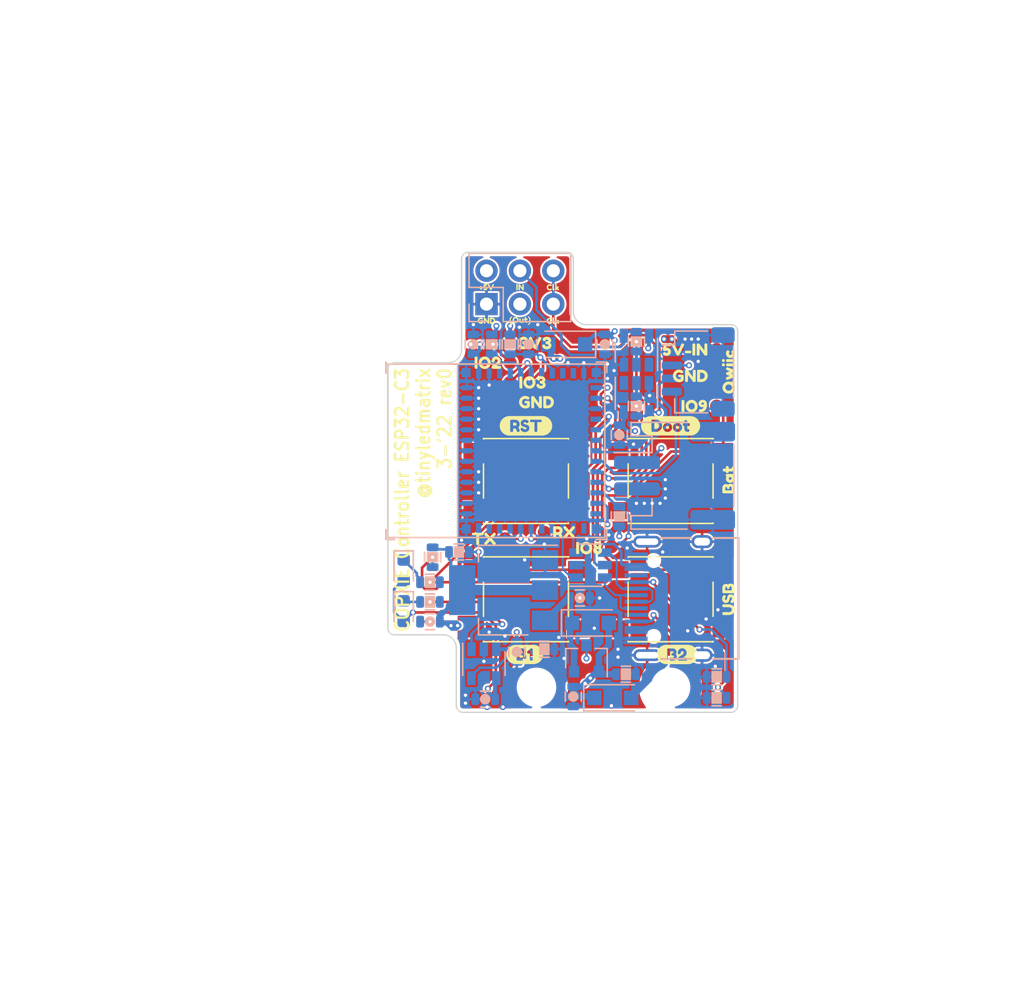
<source format=kicad_pcb>
(kicad_pcb (version 20211014) (generator pcbnew)
  (layers (0 "F.Cu" jumper) (1 "In1.Cu" signal) (2 "In2.Cu" signal) (31 "B.Cu" signal) (34 "B.Paste" user) (35 "F.Paste" user) (36 "B.SilkS" user "B.Silkscreen") (37 "F.SilkS" user "F.Silkscreen") (38 "B.Mask" user) (39 "F.Mask" user) (44 "Edge.Cuts" user))
  (net 0 "")
  (net 15 "+5V")
  (net 16 "GND")
  (net 17 "/LDO-IN")
  (net 18 "3.3V")
  (net 19 "+BATT")
  (net 20 "VBUS")
  (net 21 "/D-")
  (net 22 "/D+")
  (net 24 "Net-(J1-PadB5)")
  (net 26 "Net-(J1-PadA5)")
  (net 27 "/SDA")
  (net 28 "/SCL")
  (net 29 "/RST")
  (net 30 "/BTN1")
  (net 31 "/BTN2")
  (net 32 "/IO2")
  (net 33 "/IO3")
  (net 34 "/LED")
  (net 35 "/CClk")
  (net 36 "/CDat")
  (net 37 "/IO8")
  (net 38 "/IO9")
  (net 39 "/RX")
  (net 40 "/TX")
  (net 41 "Net-(D3-Pad1)")
  (net 42 "Net-(D5-Pad1)")
  (net 43 "Net-(R10-Pad1)")
  (net 44 "Net-(R11-Pad1)")
  (net 45 "Net-(J1-PadA7)")
  (net 46 "Net-(J1-PadA6)")
  (net 48 "Net-(D4-Pad2)")
  (net 49 "/CClk*")
  (net 50 "/CDat*")
  (footprint "pkl_pads:PAD_SMD_R_1x1" (layer "F.Cu") (at 113.744338 97.584656)
    (fp_text reference "TP11")
    (fp_text value "TestPoint")
  )
  (footprint "Button_Switch_SMD:SW_Push_1P1T_NO_6x6mm_H9.5mm" (layer "F.Cu") (at 110.244338 114.584656 180)
    (fp_text reference "SW3" hide)
    (fp_text value "SW_Push")
  )
  (footprint "kibuzzard-623262B1" (layer "F.Cu") (at 98.794338 93.384656)
    (fp_text reference "kibuzzard-623262B1" hide)
    (fp_text value "G***" hide)
  )
  (footprint "pkl_pads:PAD_SMD_R_1x1" (layer "F.Cu") (at 100.644338 109.484656)
    (fp_text reference "TP8")
    (fp_text value "TestPoint")
  )
  (footprint "kibuzzard-623257DD" (layer "F.Cu") (at 111.344338 95.584656)
    (fp_text reference "kibuzzard-623257DD" hide)
    (fp_text value "G***" hide)
  )
  (footprint "kibuzzard-62325827" (layer "F.Cu") (at 110.244338 101.384656)
    (fp_text reference "kibuzzard-62325827" hide)
    (fp_text value "G***" hide)
  )
  (footprint "MountingHole:MountingHole_2.5mm" (layer "F.Cu") (at 110.244338 121.284656)
    (fp_text reference "H1" hide)
    (fp_text value "MountingHole")
  )
  (footprint "kibuzzard-62325857" (layer "F.Cu") (at 110.744338 118.784656)
    (fp_text reference "kibuzzard-62325857" hide)
    (fp_text value "G***" hide)
  )
  (footprint "pkl_pads:PAD_SMD_R_1x1" (layer "F.Cu") (at 113.744338 95.584656)
    (fp_text reference "TP10")
    (fp_text value "TestPoint")
  )
  (footprint "kibuzzard-623257D1" (layer "F.Cu") (at 111.744338 97.584656)
    (fp_text reference "kibuzzard-623257D1" hide)
    (fp_text value "G***" hide)
  )
  (footprint "kibuzzard-623258FD" (layer "F.Cu") (at 114.644338 114.584656 90)
    (fp_text reference "kibuzzard-623258FD" hide)
    (fp_text value "G***" hide)
  )
  (footprint "kibuzzard-623257C1" (layer "F.Cu") (at 112.044338 99.884656)
    (fp_text reference "kibuzzard-623257C1" hide)
    (fp_text value "G***" hide)
  )
  (footprint "kibuzzard-62325762" (layer "F.Cu") (at 96.344338 96.584656)
    (fp_text reference "kibuzzard-62325762" hide)
    (fp_text value "G***" hide)
  )
  (footprint "pkl_pads:PAD_SMD_R_1x1" (layer "F.Cu") (at 98.044338 98.084656)
    (fp_text reference "TP4")
    (fp_text value "TestPoint")
  )
  (footprint "Button_Switch_SMD:SW_Push_1P1T_NO_6x6mm_H9.5mm" (layer "F.Cu") (at 99.244338 114.584656 180)
    (fp_text reference "SW1" hide)
    (fp_text value "SW_Push")
  )
  (footprint "pkl_pads:PAD_SMD_R_1x1" (layer "F.Cu") (at 105.744338 110.584656)
    (fp_text reference "TP5")
    (fp_text value "TestPoint")
  )
  (footprint "kibuzzard-6232578A" (layer "F.Cu") (at 102.144338 109.484656)
    (fp_text reference "kibuzzard-6232578A" hide)
    (fp_text value "G***" hide)
  )
  (footprint "kibuzzard-62326280" (layer "F.Cu") (at 101.294338 90.834656)
    (fp_text reference "kibuzzard-62326280" hide)
    (fp_text value "G***" hide)
  )
  (footprint "Button_Switch_SMD:SW_Push_1P1T_NO_6x6mm_H9.5mm" (layer "F.Cu") (at 99.244338 105.584656 180)
    (fp_text reference "SW4" hide)
    (fp_text value "SW_Push")
  )
  (footprint "kibuzzard-62325914" (layer "F.Cu") (at 114.644338 105.484656 90)
    (fp_text reference "kibuzzard-62325914" hide)
    (fp_text value "G***" hide)
  )
  (footprint "MountingHole:MountingHole_2.5mm" (layer "F.Cu") (at 100.044338 121.284656)
    (fp_text reference "H2" hide)
    (fp_text value "MountingHole")
  )
  (footprint "kibuzzard-62325779" (layer "F.Cu") (at 100.044338 99.584656)
    (fp_text reference "kibuzzard-62325779" hide)
    (fp_text value "G***" hide)
  )
  (footprint "pkl_pads:PAD_SMD_R_1x1" (layer "F.Cu") (at 97.644338 109.984656)
    (fp_text reference "TP9")
    (fp_text value "TestPoint")
  )
  (footprint "kibuzzard-623257AE" (layer "F.Cu") (at 104.044338 110.684656)
    (fp_text reference "kibuzzard-623257AE" hide)
    (fp_text value "G***" hide)
  )
  (footprint "kibuzzard-6232592F" (layer "F.Cu") (at 114.644338 97.284656 90)
    (fp_text reference "kibuzzard-6232592F" hide)
    (fp_text value "G***" hide)
  )
  (footprint "kibuzzard-62325757" (layer "F.Cu") (at 99.944338 95.084656)
    (fp_text reference "kibuzzard-62325757" hide)
    (fp_text value "G***" hide)
  )
  (footprint "pkl_pads:PAD_SMD_R_1x1" (layer "F.Cu") (at 98.044338 96.584656)
    (fp_text reference "TP3")
    (fp_text value "TestPoint")
  )
  (footprint "kibuzzard-62326280" (layer "F.Cu") (at 101.294338 93.384656)
    (fp_text reference "kibuzzard-62326280" hide)
    (fp_text value "G***" hide)
  )
  (footprint "kibuzzard-623262F8" (layer "F.Cu") (at 98.794338 90.834656)
    (fp_text reference "kibuzzard-623262F8" hide)
    (fp_text value "G***" hide)
  )
  (footprint "kibuzzard-623262EA" (layer "F.Cu") (at 96.244338 90.834656)
    (fp_text reference "kibuzzard-623262EA" hide)
    (fp_text value "G***" hide)
  )
  (footprint "kibuzzard-6232587E" (layer "F.Cu") (at 99.144338 118.784656)
    (fp_text reference "kibuzzard-6232587E" hide)
    (fp_text value "G***" hide)
  )
  (footprint "kibuzzard-623262C8" (layer "F.Cu") (at 96.244338 93.384656)
    (fp_text reference "kibuzzard-623262C8" hide)
    (fp_text value "G***" hide)
  )
  (footprint "pkl_pads:PAD_SMD_R_1x1" (layer "F.Cu") (at 98.044338 99.584656)
    (fp_text reference "TP7")
    (fp_text value "TestPoint")
  )
  (footprint "kibuzzard-6232576D" (layer "F.Cu") (at 99.744338 98.084656)
    (fp_text reference "kibuzzard-6232576D" hide)
    (fp_text value "G***" hide)
  )
  (footprint "pkl_pads:PAD_SMD_R_1x1" (layer "F.Cu") (at 98.044338 95.084656)
    (fp_text reference "TP1")
    (fp_text value "TestPoint")
  )
  (footprint "Button_Switch_SMD:SW_Push_1P1T_NO_6x6mm_H9.5mm" (layer "F.Cu") (at 110.244338 105.584656 180)
    (fp_text reference "SW2" hide)
    (fp_text value "SW_Push")
  )
  (footprint "kibuzzard-62325798" (layer "F.Cu") (at 96.044338 109.984656)
    (fp_text reference "kibuzzard-62325798" hide)
    (fp_text value "G***" hide)
  )
  (footprint "pkl_pads:PAD_SMD_R_1x1" (layer "F.Cu") (at 113.744338 99.884656)
    (fp_text reference "TP6")
    (fp_text value "TestPoint")
  )
  (footprint "kibuzzard-62325817" (layer "F.Cu") (at 99.244338 101.384656)
    (fp_text reference "kibuzzard-62325817" hide)
    (fp_text value "G***" hide)
  )
  (footprint "pkl_dipol:R_0603" (layer "B.Cu") (at 113.744338 120.484656)
    (fp_text reference "R1")
    (fp_text value "5k1")
  )
  (footprint "Package_TO_SOT_SMD:SOT-23-6" (layer "B.Cu") (at 104.144338 111.984656)
    (fp_text reference "U4" hide)
    (fp_text value "USBLC6-2SC6")
  )
  (footprint "pkl_dipol:R_0603" (layer "B.Cu") (at 106.844338 120.284656 180)
    (fp_text reference "R3")
    (fp_text value "100k")
  )
  (footprint "pkl_dipol:C_0603" (layer "B.Cu") (at 91.944338 116.284656 180)
    (fp_text reference "C3")
    (fp_text value "10u 10V X7R")
  )
  (footprint "Espressif:ESP32-C3-MINI-1" (layer "B.Cu") (at 99.644338 103.284656 -90)
    (fp_text reference "U1" hide)
    (fp_text value "ESP32-C3-MINI-1")
  )
  (footprint "pkl_dipol:R_0603" (layer "B.Cu") (at 91.944338 114.784656 180)
    (fp_text reference "R10")
    (fp_text value "5k1")
  )
  (footprint "pkl_dipol:R_0603" (layer "B.Cu") (at 106.344338 108.284656 90)
    (fp_text reference "R9")
    (fp_text value "5k1")
  )
  (footprint "Package_TO_SOT_SMD:SOT-23-5" (layer "B.Cu") (at 107.644338 99.234656 -90)
    (fp_text reference "U5" hide)
    (fp_text value "SN74LV1T34DBV*")
  )
  (footprint "pkl_dipol:R_0603" (layer "B.Cu") (at 98.044338 95.184656 -90)
    (fp_text reference "R7")
    (fp_text value "5k1")
  )
  (footprint "Diode_SMD:D_SOD-123F" (layer "B.Cu") (at 105.844338 122.084656)
    (fp_text reference "D1" hide)
    (fp_text value "Schotky")
  )
  (footprint "pkl_dipol:C_0603" (layer "B.Cu") (at 103.344338 114.484656)
    (fp_text reference "C2")
    (fp_text value "1u 10V X7R")
  )
  (footprint "Package_TO_SOT_SMD:SOT-23-5" (layer "B.Cu") (at 96.044338 119.484656 -90)
    (fp_text reference "U3" hide)
    (fp_text value "MCP73831/2-2-OT")
  )
  (footprint "pkl_dipol:C_0603" (layer "B.Cu") (at 95.244338 95.184656 -90)
    (fp_text reference "C10")
    (fp_text value "100n 10V X7R")
  )
  (footprint "pkl_dipol:C_0603" (layer "B.Cu") (at 106.344338 102.084656 -90)
    (fp_text reference "C7")
    (fp_text value "100n 10V X7R")
  )
  (footprint "pkl_dipol:C_0603" (layer "B.Cu") (at 99.444338 95.184656 -90)
    (fp_text reference "C9")
    (fp_text value "100n 10V X7R")
  )
  (footprint "Package_TO_SOT_SMD:SOT-223-3_TabPin2" (layer "B.Cu") (at 97.544338 113.884656 180)
    (fp_text reference "U2" hide)
    (fp_text value "AP1117-33")
  )
  (footprint "Package_TO_SOT_SMD:SOT-23" (layer "B.Cu") (at 103.844338 119.084656 90)
    (fp_text reference "Q1" hide)
    (fp_text value "DMG3415U")
  )
  (footprint "pkl_dipol:R_0603" (layer "B.Cu") (at 94.144338 110.984656)
    (fp_text reference "R5")
    (fp_text value "5k1")
  )
  (footprint "Connector_JST:JST_SH_SM04B-SRSS-TB_1x04-1MP_P1.00mm_Horizontal" (layer "B.Cu") (at 112.344338 97.284656 -90)
    (fp_text reference "J2" hide)
    (fp_text value "Conn_01x04")
  )
  (footprint "pkl_dipol:C_0603" (layer "B.Cu") (at 105.244338 95.184656 -90)
    (fp_text reference "C8")
    (fp_text value "100n 10V X7R")
  )
  (footprint "Connector_PinSocket_2.54mm:PinSocket_2x03_P2.54mm_Vertical" (layer "B.Cu") (at 96.244338 92.124656 -90)
    (fp_text reference "J7" hide)
    (fp_text value "Conn_02x03_Odd_Even")
  )
  (footprint "pkl_dipol:R_0603" (layer "B.Cu") (at 107.644338 99.884656 90)
    (fp_text reference "R12")
    (fp_text value "DNP")
  )
  (footprint "LED_SMD:LED_0603_1608Metric" (layer "B.Cu") (at 89.944338 115.484656 -90)
    (fp_text reference "D5" hide)
    (fp_text value "LED")
  )
  (footprint "pkl_dipol:R_0603" (layer "B.Cu") (at 100.644338 118.384656)
    (fp_text reference "R11")
    (fp_text value "5k1")
  )
  (footprint "pkl_dipol:C_0603" (layer "B.Cu") (at 98.544338 118.584656 90)
    (fp_text reference "C6")
    (fp_text value "1u 10V X7R")
  )
  (footprint "Connector_USB_Extra:USB_C_Receptacle_GT-USB-7010" (layer "B.Cu") (at 110.769338 114.519656 -90)
    (fp_text reference "J1" hide)
    (fp_text value "USB_C_Receptacle_USB2.0")
  )
  (footprint "LED_SMD:LED_0603_1608Metric" (layer "B.Cu") (at 89.944338 112.384656 -90)
    (fp_text reference "D3" hide)
    (fp_text value "LED")
  )
  (footprint "pkl_dipol:R_0603" (layer "B.Cu") (at 92.144338 111.384656 -90)
    (fp_text reference "R6")
    (fp_text value "5k1")
  )
  (footprint "pkl_dipol:R_0603" (layer "B.Cu") (at 107.644338 94.984656 -90)
    (fp_text reference "R13")
    (fp_text value "DNP")
  )
  (footprint "pkl_dipol:R_0603" (layer "B.Cu") (at 113.744338 122.084656)
    (fp_text reference "R2")
    (fp_text value "5k1")
  )
  (footprint "pkl_dipol:R_0603" (layer "B.Cu") (at 96.644338 95.184656 -90)
    (fp_text reference "R8")
    (fp_text value "5k1")
  )
  (footprint "pkl_dipol:R_0603" (layer "B.Cu") (at 91.944338 113.284656 180)
    (fp_text reference "R4")
    (fp_text value "5k1")
  )
  (footprint "pkl_dipol:C_0603" (layer "B.Cu") (at 102.844338 121.984656 -90)
    (fp_text reference "C1")
    (fp_text value "10u 10V X7R")
  )
  (footprint "Diode_SMD:D_SOD-123F" (layer "B.Cu") (at 104.144338 116.384656)
    (fp_text reference "D2" hide)
    (fp_text value "Schotky")
  )
  (footprint "Package_TO_SOT_SMD:SOT-23-5" (layer "B.Cu") (at 107.644338 95.634656 90)
    (fp_text reference "U6" hide)
    (fp_text value "SN74LV1T34DBV*")
  )
  (footprint "pkl_dipol:C_0603" (layer "B.Cu") (at 96.144338 122.184656 180)
    (fp_text reference "C5")
    (fp_text value "1u 10V X7R")
  )
  (footprint "Diode_SMD:D_SOD-123F" (layer "B.Cu") (at 102.344338 95.184656 180)
    (fp_text reference "D4" hide)
    (fp_text value "Schotky")
  )
  (footprint "Connector_JST:JST_PH_S2B-PH-SM4-TB_1x02-1MP_P2.00mm_Horizontal" (layer "B.Cu") (at 110.544338 105.184656 -90)
    (fp_text reference "J3" hide)
    (fp_text value "Conn_01x02_MountingPin")
  )
  (gr_line (start 92.944338 117.284656) (end 89.244338 117.284656) (layer "Edge.Cuts") (width 0.1))
  (gr_line (start 88.744338 97.484656) (end 88.744338 97.084656) (layer "Edge.Cuts") (width 0.1))
  (gr_arc (start 94.344338 95.584656) (mid 94.051445 96.291763) (end 93.344338 96.584656) (layer "Edge.Cuts") (width 0.1))
  (gr_arc (start 94.344338 88.684656) (mid 94.490785 88.331103) (end 94.844338 88.184656) (layer "Edge.Cuts") (width 0.1))
  (gr_arc (start 94.444338 123.184656) (mid 94.090785 123.038209) (end 93.944338 122.684656) (layer "Edge.Cuts") (width 0.1))
  (gr_arc (start 89.244338 117.284656) (mid 88.890785 117.138209) (end 88.744338 116.784656) (layer "Edge.Cuts") (width 0.1))
  (gr_arc (start 103.844338 93.684656) (mid 103.137231 93.391763) (end 102.844338 92.684656) (layer "Edge.Cuts") (width 0.1))
  (gr_line (start 103.844338 93.684656) (end 114.844338 93.684656) (layer "Edge.Cuts") (width 0.1))
  (gr_line (start 94.844338 88.184656) (end 102.344338 88.184656) (layer "Edge.Cuts") (width 0.1))
  (gr_line (start 94.344338 95.584656) (end 94.344338 93.384656) (layer "Edge.Cuts") (width 0.1))
  (gr_line (start 93.944338 122.684656) (end 93.944338 118.284656) (layer "Edge.Cuts") (width 0.1))
  (gr_line (start 114.844338 123.184656) (end 94.444338 123.184656) (layer "Edge.Cuts") (width 0.1))
  (gr_arc (start 92.944338 117.284656) (mid 93.651445 117.577549) (end 93.944338 118.284656) (layer "Edge.Cuts") (width 0.1))
  (gr_arc (start 114.844338 93.684656) (mid 115.197891 93.831103) (end 115.344338 94.184656) (layer "Edge.Cuts") (width 0.1))
  (gr_arc (start 102.344338 88.184656) (mid 102.697891 88.331103) (end 102.844338 88.684656) (layer "Edge.Cuts") (width 0.1))
  (gr_line (start 94.344338 93.384656) (end 94.344338 88.684656) (layer "Edge.Cuts") (width 0.1))
  (gr_line (start 115.344338 94.184656) (end 115.344338 122.684656) (layer "Edge.Cuts") (width 0.1))
  (gr_line (start 88.744338 116.784656) (end 88.744338 97.484656) (layer "Edge.Cuts") (width 0.1))
  (gr_arc (start 88.744338 97.084656) (mid 88.890785 96.731103) (end 89.244338 96.584656) (layer "Edge.Cuts") (width 0.1))
  (gr_arc (start 115.344338 122.684656) (mid 115.197891 123.038209) (end 114.844338 123.184656) (layer "Edge.Cuts") (width 0.1))
  (gr_line (start 89.244338 96.584656) (end 93.344338 96.584656) (layer "Edge.Cuts") (width 0.1))
  (gr_line (start 102.844338 88.684656) (end 102.844338 92.684656) (layer "Edge.Cuts") (width 0.1))
  (gr_text "COPXIE Controller ESP32-C3\n@tinyledmatrix\n3-'22 rev0" (at 91.444338 96.884656 90) (layer "F.SilkS") (effects (font (size 1 0.9) (thickness 0.175)) (justify right)))
  (segment (start 96.944338 116.585634) (end 95.94336 115.584656) (width 0.2) (layer "F.Cu") (net 15))
  (segment (start 96.344338 121.384656) (end 96.944338 120.784656) (width 0.2) (layer "F.Cu") (net 15))
  (segment (start 96.944338 120.784656) (end 96.944338 116.585634) (width 0.2) (layer "F.Cu") (net 15))
  (segment (start 95.94336 115.584656) (end 90.644338 115.584656) (width 0.2) (layer "F.Cu") (net 15))
  (via (at 96.344338 121.384656) (size 0.4572) (drill 0.254) (layers "F.Cu" "B.Cu") (net 15))
  (via (at 107.544338 101.784656) (size 0.4572) (drill 0.254) (layers "F.Cu" "B.Cu") (net 15))
  (via (at 104.144338 120.584656) (size 0.4572) (drill 0.254) (layers "F.Cu" "B.Cu") (net 15))
  (via (at 105.991236 94.184656) (size 0.4572) (drill 0.254) (layers "F.Cu" "B.Cu") (net 15))
  (via (at 90.644338 115.584656) (size 0.4572) (drill 0.254) (layers "F.Cu" "B.Cu") (net 15))
  (via (at 108.544338 95.484656) (size 0.4572) (drill 0.254) (layers "F.Cu" "B.Cu") (net 15))
  (via (at 103.744338 120.984656) (size 0.4572) (drill 0.254) (layers "F.Cu" "B.Cu") (net 15))
  (via (at 105.991236 94.884656) (size 0.4572) (drill 0.254) (layers "F.Cu" "B.Cu") (net 15))
  (segment (start 89.944338 116.272156) (end 89.956838 116.272156) (width 0.2) (layer "B.Cu") (net 15))
  (segment (start 104.344338 121.984656) (end 104.444338 122.084656) (width 0.5) (layer "B.Cu") (net 15))
  (segment (start 89.856838 113.172156) (end 89.219818 113.809176) (width 0.2) (layer "B.Cu") (net 15))
  (segment (start 96.894338 120.684656) (end 96.994338 120.584656) (width 0.3) (layer "B.Cu") (net 15))
  (segment (start 108.594338 95.434656) (end 108.544338 95.484656) (width 0.3) (layer "B.Cu") (net 15))
  (segment (start 105.244338 94.434656) (end 104.494338 94.434656) (width 0.3) (layer "B.Cu") (net 15))
  (segment (start 104.794338 118.834656) (end 104.794338 120.084656) (width 0.5) (layer "B.Cu") (net 15))
  (segment (start 106.944338 101.784656) (end 107.544338 101.784656) (width 0.3) (layer "B.Cu") (net 15))
  (segment (start 96.344338 121.634656) (end 96.344338 121.384656) (width 0.3) (layer "B.Cu") (net 15))
  (segment (start 104.144338 120.584656) (end 104.644338 120.084656) (width 0.5) (layer "B.Cu") (net 15))
  (segment (start 103.744338 120.984656) (end 103.494338 121.234656) (width 0.2) (layer "B.Cu") (net 15))
  (segment (start 105.541236 94.434656) (end 105.991236 94.884656) (width 0.3) (layer "B.Cu") (net 15))
  (segment (start 106.344338 101.334656) (end 106.494338 101.334656) (width 0.3) (layer "B.Cu") (net 15))
  (segment (start 105.244338 94.434656) (end 105.541236 94.434656) (width 0.3) (layer "B.Cu") (net 15))
  (segment (start 104.794338 120.084656) (end 104.644338 120.234656) (width 0.5) (layer "B.Cu") (net 15))
  (segment (start 104.994338 120.284656) (end 104.794338 120.084656) (width 0.5) (layer "B.Cu") (net 15))
  (segment (start 89.219818 115.547636) (end 89.944338 116.272156) (width 0.2) (layer "B.Cu") (net 15))
  (segment (start 105.544338 118.084656) (end 104.794338 118.834656) (width 0.5) (layer "B.Cu") (net 15))
  (segment (start 96.894338 122.184656) (end 96.344338 121.634656) (width 0.3) (layer "B.Cu") (net 15))
  (segment (start 102.844338 121.234656) (end 103.494338 121.234656) (width 0.5) (layer "B.Cu") (net 15))
  (segment (start 105.544338 116.384656) (end 105.544338 118.084656) (width 0.5) (layer "B.Cu") (net 15))
  (segment (start 106.494338 101.334656) (end 106.944338 101.784656) (width 0.3) (layer "B.Cu") (net 15))
  (segment (start 104.644338 120.084656) (end 104.794338 120.084656) (width 0.5) (layer "B.Cu") (net 15))
  (segment (start 89.944338 113.172156) (end 89.856838 113.172156) (width 0.2) (layer "B.Cu") (net 15))
  (segment (start 106.694338 100.984656) (end 106.344338 101.334656) (width 0.3) (layer "B.Cu") (net 15))
  (segment (start 102.844338 121.584656) (end 103.244338 121.984656) (width 0.5) (layer "B.Cu") (net 15))
  (segment (start 96.894338 122.184656) (end 96.894338 120.684656) (width 0.3) (layer "B.Cu") (net 15))
  (segment (start 89.956838 116.272156) (end 90.644338 115.584656) (width 0.2) (layer "B.Cu") (net 15))
  (segment (start 105.741236 94.434656) (end 105.991236 94.184656) (width 0.3) (layer "B.Cu") (net 15))
  (segment (start 106.094338 120.284656) (end 104.994338 120.284656) (width 0.5) (layer "B.Cu") (net 15))
  (segment (start 108.594338 94.534656) (end 108.594338 95.434656) (width 0.3) (layer "B.Cu") (net 15))
  (segment (start 89.219818 113.809176) (end 89.219818 115.547636) (width 0.2) (layer "B.Cu") (net 15))
  (segment (start 104.494338 94.434656) (end 103.744338 95.184656) (width 0.3) (layer "B.Cu") (net 15))
  (segment (start 103.494338 121.234656) (end 104.144338 120.584656) (width 0.5) (layer "B.Cu") (net 15))
  (segment (start 103.244338 121.984656) (end 104.344338 121.984656) (width 0.5) (layer "B.Cu") (net 15))
  (segment (start 106.694338 100.334656) (end 106.694338 100.984656) (width 0.3) (layer "B.Cu") (net 15))
  (segment (start 105.244338 94.434656) (end 105.741236 94.434656) (width 0.3) (layer "B.Cu") (net 15))
  (segment (start 102.844338 121.234656) (end 102.844338 121.584656) (width 0.5) (layer "B.Cu") (net 15))
  (segment (start 103.219338 116.834656) (end 104.394338 116.834656) (width 0.2) (layer "F.Cu") (net 16))
  (segment (start 96.444338 117.084656) (end 95.519338 117.084656) (width 0.2) (layer "F.Cu") (net 16))
  (segment (start 104.394338 116.834656) (end 104.444338 116.784656) (width 0.2) (layer "F.Cu") (net 16))
  (segment (start 104.494338 116.834656) (end 104.444338 116.784656) (width 0.2) (layer "F.Cu") (net 16))
  (segment (start 114.219338 115.759656) (end 113.844338 115.384656) (width 0.2) (layer "F.Cu") (net 16))
  (segment (start 114.219338 116.834656) (end 114.219338 115.759656) (width 0.2) (layer "F.Cu") (net 16))
  (segment (start 95.519338 117.084656) (end 95.269338 116.834656) (width 0.2) (layer "F.Cu") (net 16))
  (segment (start 106.269338 116.834656) (end 104.494338 116.834656) (width 0.2) (layer "F.Cu") (net 16))
  (via (at 106.244338 118.984656) (size 0.4572) (drill 0.254) (layers "F.Cu" "B.Cu") (net 16))
  (via (at 105.444338 97.784656) (size 0.4572) (drill 0.254) (layers "F.Cu" "B.Cu") (net 16))
  (via (at 97.494338 122.784656) (size 0.4572) (drill 0.254) (layers "F.Cu" "B.Cu") (net 16))
  (via (at 95.644338 104.884656) (size 0.4572) (drill 0.254) (layers "F.Cu" "B.Cu") (net 16))
  (via (at 96.044338 119.306556) (size 0.4572) (drill 0.254) (layers "F.Cu" "B.Cu") (net 16))
  (via (at 96.444338 98.284656) (size 0.4572) (drill 0.254) (layers "F.Cu" "B.Cu") (net 16))
  (via (at 103.644338 96.584656) (size 0.4572) (drill 0.254) (layers "F.Cu" "B.Cu") (net 16))
  (via (at 95.644338 98.484656) (size 0.4572) (drill 0.254) (layers "F.Cu" "B.Cu") (net 16))
  (via (at 96.444338 117.084656) (size 0.4572) (drill 0.254) (layers "F.Cu" "B.Cu") (net 16))
  (via (at 113.644338 119.684656) (size 0.4572) (drill 0.254) (layers "F.Cu" "B.Cu") (net 16))
  (via (at 95.644338 105.684656) (size 0.4572) (drill 0.254) (layers "F.Cu" "B.Cu") (net 16))
  (via (at 111.344338 94.784656) (size 0.4572) (drill 0.254) (layers "F.Cu" "B.Cu") (net 16))
  (via (at 109.844338 106.184656) (size 0.4572) (drill 0.254) (layers "F.Cu" "B.Cu") (net 16))
  (via (at 111.544338 116.984656) (size 0.4572) (drill 0.254) (layers "F.Cu" "B.Cu") (net 16))
  (via (at 109.444338 107.284656) (size 0.4572) (drill 0.254) (layers "F.Cu" "B.Cu") (net 16))
  (via (at 94.344338 110.084656) (size 0.4572) (drill 0.254) (layers "F.Cu" "B.Cu") (net 16))
  (via (at 100.644338 110.384656) (size 0.4572) (drill 0.254) (layers "F.Cu" "B.Cu") (net 16))
  (via (at 102.144338 119.084656) (size 0.4572) (drill 0.254) (layers "F.Cu" "B.Cu") (net 16))
  (via (at 98.744338 93.884656) (size 0.4572) (drill 0.254) (layers "F.Cu" "B.Cu") (net 16))
  (via (at 108.644338 99.084656) (size 0.4572) (drill 0.254) (layers "F.Cu" "B.Cu") (net 16))
  (via (at 103.866238 109.984656) (size 0.4572) (drill 0.254) (layers "F.Cu" "B.Cu") (net 16))
  (via (at 104.844338 114.484656) (size 0.4572) (drill 0.254) (layers "F.Cu" "B.Cu") (net 16))
  (via (at 94.644338 121.884656) (size 0.4572) (drill 0.254) (layers "F.Cu" "B.Cu") (net 16))
  (via (at 107.644338 107.284656) (size 0.4572) (drill 0.254) (layers "F.Cu" "B.Cu") (net 16))
  (via (at 105.744338 122.684656) (size 0.4572) (drill 0.254) (layers "F.Cu" "B.Cu") (net 16))
  (via (at 109.844338 106.884656) (size 0.4572) (drill 0.254) (layers "F.Cu" "B.Cu") (net 16))
  (via (at 105.544338 109.684656) (size 0.4572) (drill 0.254) (layers "F.Cu" "B.Cu") (net 16))
  (via (at 95.644338 101.684656) (size 0.4572) (drill 0.254) (layers "F.Cu" "B.Cu") (net 16))
  (via (at 105.944338 97.184656) (size 0.4572) (drill 0.254) (layers "F.Cu" "B.Cu") (net 16))
  (via (at 97.644338 117.384656) (size 0.4572) (drill 0.254) (layers "F.Cu" "B.Cu") (net 16))
  (via (at 95.644338 100.084656) (size 0.4572) (drill 0.254) (layers "F.Cu" "B.Cu") (net 16))
  (via (at 113.844338 115.384656) (size 0.4572) (drill 0.254) (layers "F.Cu" "B.Cu") (net 16))
  (via (at 106.244338 118.384656) (size 0.4572) (drill 0.254) (layers "F.Cu" "B.Cu") (net 16))
  (via (at 102.444338 96.584656) (size 0.4572) (drill 0.254) (layers "F.Cu" "B.Cu") (net 16))
  (via (at 107.42244 102.784656) (size 0.4572) (drill 0.254) (layers "F.Cu" "B.Cu") (net 16))
  (via (at 106.944338 110.684656) (size 0.4572) (drill 0.254) (layers "F.Cu" "B.Cu") (net 16))
  (via (at 112.344338 96.484656) (size 0.4572) (drill 0.254) (layers "F.Cu" "B.Cu") (net 16))
  (via (at 95.644338 106.484656) (size 0.4572) (drill 0.254) (layers "F.Cu" "B.Cu") (net 16))
  (via (at 94.644338 122.484656) (size 0.4572) (drill 0.254) (layers "F.Cu" "B.Cu") (net 16))
  (via (at 109.644338 110.984656) (size 0.4572) (drill 0.254) (layers "F.Cu" "B.Cu") (net 16))
  (via (at 95.244338 93.684656) (size 0.4572) (drill 0.254) (layers "F.Cu" "B.Cu") (net 16))
  (via (at 112.944338 116.084656) (size 0.4572) (drill 0.254) (layers "F.Cu" "B.Cu") (net 16))
  (via (at 112.344338 94.784656) (size 0.4572) (drill 0.254) (layers "F.Cu" "B.Cu") (net 16))
  (via (at 95.644338 99.284656) (size 0.4572) (drill 0.254) (layers "F.Cu" "B.Cu") (net 16))
  (via (at 103.344338 114.484656) (size 0.4572) (drill 0.254) (layers "F.Cu" "B.Cu") (net 16))
  (via (at 96.294338 122.784656) (size 0.4572) (drill 0.254) (layers "F.Cu" "B.Cu") (net 16))
  (via (at 111.844338 94.784656) (size 0.4572) (drill 0.254) (layers "F.Cu" "B.Cu") (net 16))
  (via (at 109.844338 105.484656) (size 0.4572) (drill 0.254) (layers "F.Cu" "B.Cu") (net 16))
  (via (at 101.744338 117.484656) (size 0.4572) (drill 0.254) (layers "F.Cu" "B.Cu") (net 16))
  (via (at 100.144338 93.684656) (size 0.4572) (drill 0.254) (layers "F.Cu" "B.Cu") (net 16))
  (via (at 108.244338 107.284656) (size 0.4572) (drill 0.254) (layers "F.Cu" "B.Cu") (net 16))
  (via (at 108.844338 107.284656) (size 0.4572) (drill 0.254) (layers "F.Cu" "B.Cu") (net 16))
  (via (at 105.444338 96.684656) (size 0.4572) (drill 0.254) (layers "F.Cu" "B.Cu") (net 16))
  (via (at 104.444338 116.784656) (size 0.4572) (drill 0.254) (layers "F.Cu" "B.Cu") (net 16))
  (via (at 91.944338 116.284656) (size 0.4572) (drill 0.254) (layers "F.Cu" "B.Cu") (net 16))
  (via (at 95.644338 100.884656) (size 0.4572) (drill 0.254) (layers "F.Cu" "B.Cu") (net 16))
  (via (at 99.144338 111.584656) (size 0.4572) (drill 0.254) (layers "F.Cu" "B.Cu") (net 16))
  (segment (start 103.944338 110.390856) (end 103.866238 110.312756) (width 0.2) (layer "B.Cu") (net 16))
  (segment (start 96.044338 118.384656) (end 96.044338 119.306556) (width 0.2) (layer "B.Cu") (net 16))
  (segment (start 103.044338 111.984656) (end 103.344338 111.984656) (width 0.2) (layer "B.Cu") (net 16))
  (segment (start 107.229338 111.169656) (end 107.619338 111.169656) (width 0.3) (layer "B.Cu") (net 16))
  (segment (start 108.594338 98.134656) (end 108.594338 99.034656) (width 0.3) (layer "B.Cu") (net 16))
  (segment (start 108.594338 99.034656) (end 108.644338 99.084656) (width 0.3) (layer "B.Cu") (net 16))
  (segment (start 112.994338 120.834656) (end 112.994338 120.484656) (width 0.2) (layer "B.Cu") (net 16))
  (segment (start 110.844338 95.784656) (end 110.344338 95.784656) (width 0.3) (layer "B.Cu") (net 16))
  (segment (start 107.694338 106.184656) (end 109.044338 106.184656) (width 0.3) (layer "B.Cu") (net 16))
  (segment (start 91.194338 116.284656) (end 91.944338 116.284656) (width 0.2) (layer "B.Cu") (net 16))
  (segment (start 103.866238 110.312756) (end 103.866238 109.984656) (width 0.2) (layer "B.Cu") (net 16))
  (segment (start 107.694338 106.184656) (end 108.944338 106.184656) (width 0.3) (layer "B.Cu") (net 16))
  (segment (start 100.744338 116.184656) (end 100.694338 116.184656) (width 0.5) (layer "B.Cu") (net 17))
  (segment (start 102.594338 116.234656) (end 102.744338 116.384656) (width 0.5) (layer "B.Cu") (net 17))
  (segment (start 102.594338 118.034656) (end 102.594338 115.634656) (width 0.5) (layer "B.Cu") (net 17))
  (segment (start 102.594338 114.484656) (end 102.444338 114.484656) (width 0.5) (layer "B.Cu") (net 17))
  (segment (start 102.894338 118.334656) (end 102.594338 118.034656) (width 0.5) (layer "B.Cu") (net 17))
  (segment (start 102.594338 115.634656) (end 102.594338 116.234656) (width 0.5) (layer "B.Cu") (net 17))
  (segment (start 102.444338 114.484656) (end 100.744338 116.184656) (width 0.5) (layer "B.Cu") (net 17))
  (segment (start 102.894338 120.084656) (end 102.894338 118.334656) (width 0.5) (layer "B.Cu") (net 17))
  (segment (start 102.594338 114.484656) (end 102.594338 115.634656) (width 0.5) (layer "B.Cu") (net 17))
  (segment (start 98.044338 93.784656) (end 98.044338 95.084656) (width 0.3) (layer "F.Cu") (net 18))
  (via (at 93.544338 116.584656) (size 0.4572) (drill 0.254) (layers "F.Cu" "B.Cu") (net 18))
  (via (at 94.044338 116.584656) (size 0.4572) (drill 0.254) (layers "F.Cu" "B.Cu") (net 18))
  (via (at 96.994338 93.784656) (size 0.4572) (drill 0.254) (layers "F.Cu" "B.Cu") (net 18))
  (via (at 98.044338 93.784656) (size 0.4572) (drill 0.254) (layers "F.Cu" "B.Cu") (net 18))
  (via (at 111.644338 96.784656) (size 0.4572) (drill 0.254) (layers "F.Cu" "B.Cu") (net 18))
  (via (at 95.744338 95.184656) (size 0.4572) (drill 0.254) (layers "F.Cu" "B.Cu") (net 18))
  (via (at 106.344338 109.784656) (size 0.4572) (drill 0.254) (layers "F.Cu" "B.Cu") (net 18))
  (via (at 95.044338 95.184656) (size 0.4572) (drill 0.254) (layers "F.Cu" "B.Cu") (net 18))
  (segment (start 93.394338 110.984656) (end 93.394338 111.534656) (width 0.2) (layer "B.Cu") (net 18))
  (segment (start 93.394338 110.934656) (end 93.244338 110.784656) (width 0.2) (layer "B.Cu") (net 18))
  (segment (start 92.694338 116.284656) (end 92.694338 116.234656) (width 0.5) (layer "B.Cu") (net 18))
  (segment (start 96.994338 94.084656) (end 96.994338 93.784656) (width 0.3) (layer "B.Cu") (net 18))
  (segment (start 95.244338 95.934656) (end 95.094338 95.934656) (width 0.3) (layer "B.Cu") (net 18))
  (segment (start 95.394338 95.934656) (end 95.744338 95.584656) (width 0.3) (layer "B.Cu") (net 18))
  (segment (start 94.394338 114.534656) (end 94.394338 113.884656) (width 0.5) (layer "B.Cu") (net 18))
  (segment (start 95.744338 95.584656) (end 95.744338 95.184656) (width 0.3) (layer "B.Cu") (net 18))
  (segment (start 110.344338 96.784656) (end 111.644338 96.784656) (width 0.2) (layer "B.Cu") (net 18))
  (segment (start 97.244338 96.949662) (end 96.828852 96.534176) (width 0.3) (layer "B.Cu") (net 18))
  (segment (start 95.094338 95.934656) (end 95.044338 95.884656) (width 0.3) (layer "B.Cu") (net 18))
  (segment (start 92.294338 110.784656) (end 92.144338 110.634656) (width 0.2) (layer "B.Cu") (net 18))
  (segment (start 95.244338 95.934656) (end 95.394338 95.934656) (width 0.3) (layer "B.Cu") (net 18))
  (segment (start 93.244338 110.784656) (end 92.294338 110.784656) (width 0.2) (layer "B.Cu") (net 18))
  (segment (start 106.344338 109.034656) (end 106.344338 109.784656) (width 0.3) (layer "B.Cu") (net 18))
  (segment (start 95.044338 95.884656) (end 95.044338 95.184656) (width 0.3) (layer "B.Cu") (net 18))
  (segment (start 95.369338 95.934656) (end 95.244338 95.934656) (width 0.3) (layer "B.Cu") (net 18))
  (segment (start 97.244338 97.384656) (end 97.244338 96.949662) (width 0.3) (layer "B.Cu") (net 18))
  (segment (start 96.644338 94.434656) (end 96.994338 94.084656) (width 0.3) (layer "B.Cu") (net 18))
  (segment (start 93.544338 111.684656) (end 93.544338 113.034656) (width 0.2) (layer "B.Cu") (net 18))
  (segment (start 96.828852 96.534176) (end 95.968858 96.534176) (width 0.3) (layer "B.Cu") (net 18))
  (segment (start 95.968858 96.534176) (end 95.369338 95.934656) (width 0.3) (layer "B.Cu") (net 18))
  (segment (start 98.044338 94.434656) (end 98.044338 93.784656) (width 0.3) (layer "B.Cu") (net 18))
  (segment (start 100.694338 113.884656) (end 94.394338 113.884656) (width 0.5) (layer "B.Cu") (net 18))
  (segment (start 93.394338 111.534656) (end 93.544338 111.684656) (width 0.2) (layer "B.Cu") (net 18))
  (segment (start 93.544338 113.034656) (end 94.394338 113.884656) (width 0.2) (layer "B.Cu") (net 18))
  (segment (start 93.394338 110.984656) (end 93.394338 110.934656) (width 0.2) (layer "B.Cu") (net 18))
  (via (at 109.544338 103.084656) (size 0.4572) (drill 0.254) (layers "F.Cu" "B.Cu") (net 19))
  (via (at 103.844338 119.084656) (size 0.4572) (drill 0.254) (layers "F.Cu" "B.Cu") (net 19))
  (via (at 98.544338 117.084656) (size 0.4572) (drill 0.254) (layers "F.Cu" "B.Cu") (net 19))
  (segment (start 98.394338 117.834656) (end 98.544338 117.834656) (width 0.3) (layer "B.Cu") (net 19))
  (segment (start 107.694338 104.184656) (end 108.444338 104.184656) (width 0.2) (layer "B.Cu") (net 19))
  (segment (start 96.994338 118.384656) (end 97.844338 118.384656) (width 0.3) (layer "B.Cu") (net 19))
  (segment (start 103.844338 118.084656) (end 103.844338 119.084656) (width 0.2) (layer "B.Cu") (net 19))
  (segment (start 108.444338 104.184656) (end 109.544338 103.084656) (width 0.2) (layer "B.Cu") (net 19))
  (segment (start 98.544338 117.834656) (end 98.544338 117.084656) (width 0.3) (layer "B.Cu") (net 19))
  (segment (start 97.844338 118.384656) (end 98.394338 117.834656) (width 0.3) (layer "B.Cu") (net 19))
  (segment (start 104.444338 110.480634) (end 104.540316 110.384656) (width 0.2) (layer "B.Cu") (net 20))
  (segment (start 105.244338 111.984656) (end 104.644338 111.984656) (width 0.2) (layer "B.Cu") (net 20))
  (segment (start 104.444338 111.784656) (end 104.444338 110.480634) (width 0.2) (layer "B.Cu") (net 20))
  (segment (start 105.944338 110.384656) (end 106.494827 110.935145) (width 0.2) (layer "B.Cu") (net 20))
  (segment (start 106.494827 111.869167) (end 106.595316 111.969656) (width 0.2) (layer "B.Cu") (net 20))
  (segment (start 104.540316 110.384656) (end 105.944338 110.384656) (width 0.2) (layer "B.Cu") (net 20))
  (segment (start 106.595316 111.969656) (end 107.619338 111.969656) (width 0.2) (layer "B.Cu") (net 20))
  (segment (start 106.494827 110.935145) (end 106.494827 111.869167) (width 0.2) (layer "B.Cu") (net 20))
  (segment (start 104.644338 111.984656) (end 104.444338 111.784656) (width 0.2) (layer "B.Cu") (net 20))
  (segment (start 102.844338 110.834656) (end 103.044338 111.034656) (width 0.15) (layer "B.Cu") (net 21))
  (segment (start 102.844338 109.184656) (end 102.844338 110.834656) (width 0.15) (layer "B.Cu") (net 21))
  (segment (start 102.690316 112.934656) (end 103.044338 112.934656) (width 0.15) (layer "B.Cu") (net 22))
  (segment (start 102.044338 112.288678) (end 102.690316 112.934656) (width 0.15) (layer "B.Cu") (net 22))
  (segment (start 102.044338 109.184656) (end 102.044338 112.288678) (width 0.15) (layer "B.Cu") (net 22))
  (segment (start 113.144338 117.584656) (end 110.744338 117.584656) (width 0.2) (layer "F.Cu") (net 24))
  (segment (start 110.744338 117.584656) (end 108.944338 115.784656) (width 0.2) (layer "F.Cu") (net 24))
  (segment (start 114.244338 120.884656) (end 114.244338 118.684656) (width 0.2) (layer "F.Cu") (net 24))
  (segment (start 113.844338 121.284656) (end 114.244338 120.884656) (width 0.2) (layer "F.Cu") (net 24))
  (segment (start 114.244338 118.684656) (end 113.144338 117.584656) (width 0.2) (layer "F.Cu") (net 24))
  (via (at 113.844338 121.284656) (size 0.4572) (drill 0.254) (layers "F.Cu" "B.Cu") (net 24))
  (via (at 108.944338 115.784656) (size 0.4572) (drill 0.254) (layers "F.Cu" "B.Cu") (net 24))
  (segment (start 108.759338 116.269656) (end 107.619338 116.269656) (width 0.2) (layer "B.Cu") (net 24))
  (segment (start 108.944338 116.084656) (end 108.759338 116.269656) (width 0.2) (layer "B.Cu") (net 24))
  (segment (start 108.944338 115.784656) (end 108.944338 116.084656) (width 0.2) (layer "B.Cu") (net 24))
  (segment (start 114.494338 122.084656) (end 114.494338 121.934656) (width 0.2) (layer "B.Cu") (net 24))
  (segment (start 114.494338 121.934656) (end 113.844338 121.284656) (width 0.2) (layer "B.Cu") (net 24))
  (segment (start 108.929338 113.369656) (end 108.929338 113.269656) (width 0.2) (layer "F.Cu") (net 26))
  (segment (start 112.444338 116.884656) (end 108.929338 113.369656) (width 0.2) (layer "F.Cu") (net 26))
  (via (at 112.444338 116.884656) (size 0.4572) (drill 0.254) (layers "F.Cu" "B.Cu") (net 26))
  (via (at 108.929338 113.269656) (size 0.4572) (drill 0.254) (layers "F.Cu" "B.Cu") (net 26))
  (segment (start 114.494338 120.484656) (end 114.494338 118.034656) (width 0.2) (layer "B.Cu") (net 26))
  (segment (start 113.344338 116.884656) (end 112.444338 116.884656) (width 0.2) (layer "B.Cu") (net 26))
  (segment (start 114.494338 118.034656) (end 113.344338 116.884656) (width 0.2) (layer "B.Cu") (net 26))
  (segment (start 107.619338 113.269656) (end 108.929338 113.269656) (width 0.2) (layer "B.Cu") (net 26))
  (segment (start 104.644338 103.384656) (end 104.544338 103.284656) (width 0.2) (layer "B.Cu") (net 27))
  (segment (start 110.344338 97.784656) (end 109.844338 97.784656) (width 0.2) (layer "B.Cu") (net 27))
  (segment (start 109.294338 99.074662) (end 110.244338 100.024662) (width 0.2) (layer "B.Cu") (net 27))
  (segment (start 107.944338 103.384656) (end 104.644338 103.384656) (width 0.2) (layer "B.Cu") (net 27))
  (segment (start 109.844338 97.784656) (end 109.294338 98.334656) (width 0.2) (layer "B.Cu") (net 27))
  (segment (start 109.294338 98.334656) (end 109.294338 99.074662) (width 0.2) (layer "B.Cu") (net 27))
  (segment (start 110.244338 100.024662) (end 110.244338 101.084656) (width 0.2) (layer "B.Cu") (net 27))
  (segment (start 110.244338 101.084656) (end 107.944338 103.384656) (width 0.2) (layer "B.Cu") (net 27))
  (segment (start 104.544338 104.084656) (end 105.044338 104.084656) (width 0.2) (layer "B.Cu") (net 28))
  (segment (start 105.944338 104.984656) (end 109.350765 104.984656) (width 0.2) (layer "B.Cu") (net 28))
  (segment (start 105.044338 104.084656) (end 105.944338 104.984656) (width 0.2) (layer "B.Cu") (net 28))
  (segment (start 110.644338 103.691083) (end 110.644338 99.084656) (width 0.2) (layer "B.Cu") (net 28))
  (segment (start 109.350765 104.984656) (end 110.644338 103.691083) (width 0.2) (layer "B.Cu") (net 28))
  (segment (start 99.444338 98.184656) (end 99.444338 103.284656) (width 0.2) (layer "F.Cu") (net 29))
  (segment (start 100.544338 96.384656) (end 100.544338 97.084656) (width 0.2) (layer "F.Cu") (net 29))
  (segment (start 99.444338 103.284656) (end 99.494338 103.334656) (width 0.2) (layer "F.Cu") (net 29))
  (segment (start 100.544338 97.084656) (end 99.444338 98.184656) (width 0.2) (layer "F.Cu") (net 29))
  (segment (start 99.494338 103.334656) (end 103.219338 103.334656) (width 0.2) (layer "F.Cu") (net 29))
  (segment (start 95.269338 103.334656) (end 99.494338 103.334656) (width 0.2) (layer "F.Cu") (net 29))
  (segment (start 100.344338 96.184656) (end 100.544338 96.384656) (width 0.2) (layer "F.Cu") (net 29))
  (via (at 100.344338 96.184656) (size 0.4572) (drill 0.254) (layers "F.Cu" "B.Cu") (net 29))
  (segment (start 99.444338 95.934656) (end 98.044338 95.934656) (width 0.2) (layer "B.Cu") (net 29))
  (segment (start 101.244338 97.084656) (end 100.094338 95.934656) (width 0.2) (layer "B.Cu") (net 29))
  (segment (start 100.094338 95.934656) (end 99.444338 95.934656) (width 0.2) (layer "B.Cu") (net 29))
  (segment (start 100.344338 96.184656) (end 100.094338 95.934656) (width 0.2) (layer "B.Cu") (net 29))
  (segment (start 101.244338 97.384656) (end 101.244338 97.084656) (width 0.2) (layer "B.Cu") (net 29))
  (segment (start 103.219338 112.334656) (end 95.269338 112.334656) (width 0.2) (layer "F.Cu") (net 30))
  (segment (start 104.944338 99.684656) (end 105.344338 100.084656) (width 0.2) (layer "F.Cu") (net 30))
  (segment (start 104.344338 104.684656) (end 104.344338 111.484656) (width 0.2) (layer "F.Cu") (net 30))
  (segment (start 95.644338 111.959656) (end 95.269338 112.334656) (width 0.2) (layer "F.Cu") (net 30))
  (segment (start 104.344338 111.484656) (end 103.494338 112.334656) (width 0.2) (layer "F.Cu") (net 30))
  (segment (start 103.494338 112.334656) (end 103.219338 112.334656) (width 0.2) (layer "F.Cu") (net 30))
  (segment (start 105.444338 98.484656) (end 104.944338 98.984656) (width 0.2) (layer "F.Cu") (net 30))
  (segment (start 104.944338 98.984656) (end 104.944338 99.684656) (width 0.2) (layer "F.Cu") (net 30))
  (segment (start 105.750042 100.084656) (end 106.044338 100.378952) (width 0.2) (layer "F.Cu") (net 30))
  (segment (start 104.895307 104.133687) (end 104.344338 104.684656) (width 0.2) (layer "F.Cu") (net 30))
  (segment (start 106.044338 101.184656) (end 104.895307 102.333688) (width 0.2) (layer "F.Cu") (net 30))
  (segment (start 104.895307 102.333688) (end 104.895307 104.133687) (width 0.2) (layer "F.Cu") (net 30))
  (segment (start 106.044338 100.378952) (end 106.044338 101.184656) (width 0.2) (layer "F.Cu") (net 30))
  (segment (start 105.344338 100.084656) (end 105.750042 100.084656) (width 0.2) (layer "F.Cu") (net 30))
  (segment (start 95.644338 110.984656) (end 95.644338 111.959656) (width 0.2) (layer "F.Cu") (net 30))
  (via (at 95.644338 110.984656) (size 0.4572) (drill 0.254) (layers "F.Cu" "B.Cu") (net 30))
  (via (at 105.444338 98.484656) (size 0.4572) (drill 0.254) (layers "F.Cu" "B.Cu") (net 30))
  (segment (start 104.544338 98.484656) (end 105.444338 98.484656) (width 0.2) (layer "B.Cu") (net 30))
  (segment (start 94.894338 110.984656) (end 95.644338 110.984656) (width 0.2) (layer "B.Cu") (net 30))
  (segment (start 106.393858 101.335136) (end 106.393858 100.234177) (width 0.2) (layer "F.Cu") (net 31))
  (segment (start 92.444338 113.784656) (end 91.544338 113.784656) (width 0.2) (layer "F.Cu") (net 31))
  (segment (start 92.944338 113.284656) (end 92.444338 113.784656) (width 0.2) (layer "F.Cu") (net 31))
  (segment (start 105.244827 104.284167) (end 105.244827 102.478463) (width 0.2) (layer "F.Cu") (net 31))
  (segment (start 104.693858 110.759176) (end 104.693858 104.834176) (width 0.2) (layer "F.Cu") (net 31))
  (segment (start 105.319338 113.284656) (end 92.944338 113.284656) (width 0.2) (layer "F.Cu") (net 31))
  (segment (start 91.344338 112.184656) (end 92.144338 111.384656) (width 0.2) (layer "F.Cu") (net 31))
  (segment (start 91.544338 113.784656) (end 91.344338 113.584656) (width 0.2) (layer "F.Cu") (net 31))
  (segment (start 106.269338 112.334656) (end 104.693858 110.759176) (width 0.2) (layer "F.Cu") (net 31))
  (segment (start 104.693858 104.834176) (end 104.694818 104.834176) (width 0.2) (layer "F.Cu") (net 31))
  (segment (start 105.244827 102.478463) (end 105.250531 102.478463) (width 0.2) (layer "F.Cu") (net 31))
  (segment (start 106.269338 112.334656) (end 105.319338 113.284656) (width 0.2) (layer "F.Cu") (net 31))
  (segment (start 91.344338 113.584656) (end 91.344338 112.184656) (width 0.2) (layer "F.Cu") (net 31))
  (segment (start 106.393858 100.234177) (end 105.444338 99.284656) (width 0.2) (layer "F.Cu") (net 31))
  (segment (start 106.269338 112.334656) (end 114.219338 112.334656) (width 0.2) (layer "F.Cu") (net 31))
  (segment (start 105.250531 102.478463) (end 106.393858 101.335136) (width 0.2) (layer "F.Cu") (net 31))
  (segment (start 104.694818 104.834176) (end 105.244827 104.284167) (width 0.2) (layer "F.Cu") (net 31))
  (via (at 92.144338 111.384656) (size 0.4572) (drill 0.254) (layers "F.Cu" "B.Cu") (net 31))
  (via (at 105.444338 99.284656) (size 0.4572) (drill 0.254) (layers "F.Cu" "B.Cu") (net 31))
  (segment (start 104.544338 99.284656) (end 105.444338 99.284656) (width 0.2) (layer "B.Cu") (net 31))
  (segment (start 92.144338 112.134656) (end 92.144338 111.384656) (width 0.2) (layer "B.Cu") (net 31))
  (segment (start 96.744338 95.284656) (end 98.044338 96.584656) (width 0.2) (layer "F.Cu") (net 32))
  (segment (start 96.744338 95.184656) (end 96.744338 95.284656) (width 0.2) (layer "F.Cu") (net 32))
  (via (at 96.744338 95.184656) (size 0.4572) (drill 0.254) (layers "F.Cu" "B.Cu") (net 32))
  (segment (start 98.34336 96.584656) (end 97.444338 96.584656) (width 0.2) (layer "B.Cu") (net 32))
  (segment (start 96.644338 95.284656) (end 96.644338 95.934656) (width 0.2) (layer "B.Cu") (net 32))
  (segment (start 98.844338 97.384656) (end 98.844338 97.085634) (width 0.2) (layer "B.Cu") (net 32))
  (segment (start 98.844338 97.085634) (end 98.34336 96.584656) (width 0.2) (layer "B.Cu") (net 32))
  (segment (start 97.444338 96.584656) (end 96.794338 95.934656) (width 0.2) (layer "B.Cu") (net 32))
  (segment (start 96.744338 95.184656) (end 96.644338 95.284656) (width 0.2) (layer "B.Cu") (net 32))
  (segment (start 96.794338 95.934656) (end 96.644338 95.934656) (width 0.2) (layer "B.Cu") (net 32))
  (segment (start 99.344338 96.612756) (end 99.344338 96.784656) (width 0.2) (layer "F.Cu") (net 33))
  (segment (start 99.344338 96.784656) (end 98.044338 98.084656) (width 0.2) (layer "F.Cu") (net 33))
  (via (at 99.344338 96.612756) (size 0.4572) (drill 0.254) (layers "F.Cu" "B.Cu") (net 33))
  (segment (start 99.344338 96.612756) (end 99.644338 96.912756) (width 0.2) (layer "B.Cu") (net 33))
  (segment (start 99.644338 96.912756) (end 99.644338 97.384656) (width 0.2) (layer "B.Cu") (net 33))
  (segment (start 104.544338 101.684656) (end 104.544338 103.984656) (width 0.2) (layer "F.Cu") (net 34))
  (segment (start 105.544338 100.684656) (end 104.544338 101.684656) (width 0.2) (layer "F.Cu") (net 34))
  (segment (start 100.344338 108.184656) (end 101.194338 107.334656) (width 0.2) (layer "F.Cu") (net 34))
  (segment (start 91.944338 113.284656) (end 97.044338 108.184656) (width 0.2) (layer "F.Cu") (net 34))
  (segment (start 97.044338 108.184656) (end 100.344338 108.184656) (width 0.2) (layer "F.Cu") (net 34))
  (segment (start 104.544338 103.984656) (end 101.194338 107.334656) (width 0.2) (layer "F.Cu") (net 34))
  (via (at 91.944338 113.284656) (size 0.4572) (drill 0.254) (layers "F.Cu" "B.Cu") (net 34))
  (via (at 105.544338 100.684656) (size 0.4572) (drill 0.254) (layers "F.Cu" "B.Cu") (net 34))
  (segment (start 105.544338 100.983678) (end 105.544338 100.684656) (width 0.2) (layer "B.Cu") (net 34))
  (segment (start 104.84336 101.684656) (end 105.544338 100.983678) (width 0.2) (layer "B.Cu") (net 34))
  (segment (start 104.544338 101.684656) (end 104.84336 101.684656) (width 0.2) (layer "B.Cu") (net 34))
  (segment (start 92.694338 113.284656) (end 91.944338 113.284656) (width 0.2) (layer "B.Cu") (net 34))
  (segment (start 101.324338 94.064656) (end 101.324338 92.124656) (width 0.2) (layer "F.Cu") (net 35))
  (segment (start 107.244338 94.484656) (end 106.344338 95.384656) (width 0.2) (layer "F.Cu") (net 35))
  (segment (start 109.394338 95.534656) (end 108.344338 94.484656) (width 0.2) (layer "F.Cu") (net 35))
  (segment (start 109.344338 100.384656) (end 109.394338 100.334656) (width 0.2) (layer "F.Cu") (net 35))
  (segment (start 106.344338 95.384656) (end 102.644338 95.384656) (width 0.2) (layer "F.Cu") (net 35))
  (segment (start 109.394338 100.334656) (end 109.394338 95.534656) (width 0.2) (layer "F.Cu") (net 35))
  (segment (start 108.344338 94.484656) (end 107.244338 94.484656) (width 0.2) (layer "F.Cu") (net 35))
  (segment (start 102.644338 95.384656) (end 101.324338 94.064656) (width 0.2) (layer "F.Cu") (net 35))
  (via (at 109.344338 100.384656) (size 0.4572) (drill 0.254) (layers "F.Cu" "B.Cu") (net 35))
  (segment (start 108.594338 100.334656) (end 109.294338 100.334656) (width 0.2) (layer "B.Cu") (net 35))
  (segment (start 107.644338 100.634656) (end 108.294338 100.634656) (width 0.2) (layer "B.Cu") (net 35))
  (segment (start 101.324338 89.584656) (end 101.324338 92.124656) (width 0.2) (layer "B.Cu") (net 35))
  (segment (start 109.294338 100.334656) (end 109.344338 100.384656) (width 0.2) (layer "B.Cu") (net 35))
  (segment (start 108.294338 100.634656) (end 108.594338 100.334656) (width 0.2) (layer "B.Cu") (net 35))
  (segment (start 101.944338 94.484656) (end 101.944338 95.284656) (width 0.2) (layer "B.Cu") (net 36))
  (segment (start 104.444338 95.984656) (end 104.544338 95.884656) (width 0.2) (layer "B.Cu") (net 36))
  (segment (start 100.044338 92.584656) (end 101.944338 94.484656) (width 0.2) (layer "B.Cu") (net 36))
  (segment (start 98.784338 89.584656) (end 100.044338 90.844656) (width 0.2) (layer "B.Cu") (net 36))
  (segment (start 100.044338 90.844656) (end 100.044338 92.584656) (width 0.2) (layer "B.Cu") (net 36))
  (segment (start 106.444338 95.384656) (end 106.694338 95.134656) (width 0.2) (layer "B.Cu") (net 36))
  (segment (start 104.544338 95.484656) (end 104.644338 95.384656) (width 0.2) (layer "B.Cu") (net 36))
  (segment (start 106.994338 94.234656) (end 106.694338 94.534656) (width 0.2) (layer "B.Cu") (net 36))
  (segment (start 107.644338 94.234656) (end 106.994338 94.234656) (width 0.2) (layer "B.Cu") (net 36))
  (segment (start 104.644338 95.384656) (end 106.444338 95.384656) (width 0.2) (layer "B.Cu") (net 36))
  (segment (start 102.644338 95.984656) (end 104.444338 95.984656) (width 0.2) (layer "B.Cu") (net 36))
  (segment (start 101.944338 95.284656) (end 102.644338 95.984656) (width 0.2) (layer "B.Cu") (net 36))
  (segment (start 106.694338 95.134656) (end 106.694338 94.534656) (width 0.2) (layer "B.Cu") (net 36))
  (segment (start 104.544338 95.884656) (end 104.544338 95.484656) (width 0.2) (layer "B.Cu") (net 36))
  (segment (start 105.944338 110.384656) (end 106.468186 110.384656) (width 0.2) (layer "F.Cu") (net 37))
  (segment (start 106.468186 110.384656) (end 107.044338 109.808504) (width 0.2) (layer "F.Cu") (net 37))
  (segment (start 107.044338 109.808504) (end 107.044338 109.784656) (width 0.2) (layer "F.Cu") (net 37))
  (segment (start 105.744338 110.584656) (end 105.944338 110.384656) (width 0.2) (layer "F.Cu") (net 37))
  (via (at 107.044338 109.784656) (size 0.4572) (drill 0.254) (layers "F.Cu" "B.Cu") (net 37))
  (segment (start 106.344338 107.534656) (end 106.394338 107.534656) (width 0.2) (layer "B.Cu") (net 37))
  (segment (start 106.394338 107.534656) (end 107.044338 108.184656) (width 0.2) (layer "B.Cu") (net 37))
  (segment (start 106.194338 107.534656) (end 106.344338 107.534656) (width 0.2) (layer "B.Cu") (net 37))
  (segment (start 104.544338 106.484656) (end 105.144338 106.484656) (width 0.2) (layer "B.Cu") (net 37))
  (segment (start 107.044338 108.184656) (end 107.044338 109.784656) (width 0.2) (layer "B.Cu") (net 37))
  (segment (start 105.144338 106.484656) (end 106.194338 107.534656) (width 0.2) (layer "B.Cu") (net 37))
  (segment (start 114.244338 100.384656) (end 113.744338 99.884656) (width 0.2) (layer "F.Cu") (net 38))
  (segment (start 110.288634 103.334656) (end 114.219338 103.334656) (width 0.2) (layer "F.Cu") (net 38))
  (segment (start 114.219338 103.334656) (end 114.244338 103.309656) (width 0.2) (layer "F.Cu") (net 38))
  (segment (start 105.444338 108.884656) (end 105.043378 108.483696) (width 0.2) (layer "F.Cu") (net 38))
  (segment (start 105.544338 104.584656) (end 106.044338 104.584656) (width 0.2) (layer "F.Cu") (net 38))
  (segment (start 106.269338 104.359656) (end 106.269338 103.334656) (width 0.2) (layer "F.Cu") (net 38))
  (segment (start 114.244338 101.584656) (end 114.244338 100.384656) (width 0.2) (layer "F.Cu") (net 38))
  (segment (start 106.943378 106.685616) (end 106.943378 106.679912) (width 0.2) (layer "F.Cu") (net 38))
  (segment (start 105.043378 105.085616) (end 105.544338 104.584656) (width 0.2) (layer "F.Cu") (net 38))
  (segment (start 105.043378 106.685616) (end 106.943378 106.685616) (width 0.2) (layer "F.Cu") (net 38))
  (segment (start 105.043378 108.483696) (end 105.043378 106.685616) (width 0.2) (layer "F.Cu") (net 38))
  (segment (start 106.044338 104.584656) (end 106.269338 104.359656) (width 0.2) (layer "F.Cu") (net 38))
  (segment (start 114.244338 103.309656) (end 114.244338 101.584656) (width 0.2) (layer "F.Cu") (net 38))
  (segment (start 105.043378 106.685616) (end 105.043378 105.085616) (width 0.2) (layer "F.Cu") (net 38))
  (segment (start 106.943378 106.679912) (end 110.288634 103.334656) (width 0.2) (layer "F.Cu") (net 38))
  (via (at 105.444338 108.884656) (size 0.4572) (drill 0.254) (layers "F.Cu" "B.Cu") (net 38))
  (segment (start 105.144338 107.284656) (end 105.444338 107.584656) (width 0.2) (layer "B.Cu") (net 38))
  (segment (start 105.444338 107.584656) (end 105.444338 108.884656) (width 0.2) (layer "B.Cu") (net 38))
  (segment (start 104.544338 107.284656) (end 105.144338 107.284656) (width 0.2) (layer "B.Cu") (net 38))
  (segment (start 99.644338 109.984656) (end 100.144338 109.984656) (width 0.2) (layer "F.Cu") (net 39))
  (segment (start 100.144338 109.984656) (end 100.644338 109.484656) (width 0.2) (layer "F.Cu") (net 39))
  (via (at 99.644338 109.984656) (size 0.4572) (drill 0.254) (layers "F.Cu" "B.Cu") (net 39))
  (segment (start 99.644338 109.184656) (end 99.644338 109.984656) (width 0.2) (layer "B.Cu") (net 39))
  (segment (start 97.644338 109.984656) (end 98.844338 109.984656) (width 0.2) (layer "F.Cu") (net 40))
  (via (at 98.844338 109.984656) (size 0.4572) (drill 0.254) (layers "F.Cu" "B.Cu") (net 40))
  (segment (start 98.844338 109.184656) (end 98.844338 109.984656) (width 0.2) (layer "B.Cu") (net 40))
  (segment (start 91.194338 113.284656) (end 91.194338 113.034656) (width 0.2) (layer "B.Cu") (net 41))
  (segment (start 90.944338 112.597156) (end 90.944338 112.784656) (width 0.2) (layer "B.Cu") (net 41))
  (segment (start 91.194338 113.034656) (end 90.944338 112.784656) (width 0.2) (layer "B.Cu") (net 41))
  (segment (start 89.944338 111.597156) (end 90.944338 112.597156) (width 0.2) (layer "B.Cu") (net 41))
  (segment (start 91.194338 114.784656) (end 90.031838 114.784656) (width 0.2) (layer "B.Cu") (net 42))
  (segment (start 90.031838 114.784656) (end 89.944338 114.697156) (width 0.2) (layer "B.Cu") (net 42))
  (segment (start 97.444338 116.484656) (end 95.744338 114.784656) (width 0.2) (layer "F.Cu") (net 43))
  (segment (start 95.744338 114.784656) (end 91.944338 114.784656) (width 0.2) (layer "F.Cu") (net 43))
  (via (at 97.444338 116.484656) (size 0.4572) (drill 0.254) (layers "F.Cu" "B.Cu") (net 43))
  (via (at 91.944338 114.784656) (size 0.4572) (drill 0.254) (layers "F.Cu" "B.Cu") (net 43))
  (segment (start 95.844338 116.484656) (end 95.094338 117.234656) (width 0.2) (layer "B.Cu") (net 43))
  (segment (start 95.094338 117.234656) (end 95.094338 118.384656) (width 0.2) (layer "B.Cu") (net 43))
  (segment (start 91.944338 114.784656) (end 92.694338 114.784656) (width 0.2) (layer "B.Cu") (net 43))
  (segment (start 97.444338 116.484656) (end 95.844338 116.484656) (width 0.2) (layer "B.Cu") (net 43))
  (segment (start 97.009344 119.784656) (end 95.744338 119.784656) (width 0.2) (layer "B.Cu") (net 44))
  (segment (start 99.894338 118.384656) (end 98.409344 118.384656) (width 0.2) (layer "B.Cu") (net 44))
  (segment (start 95.094338 120.434656) (end 95.094338 120.584656) (width 0.2) (layer "B.Cu") (net 44))
  (segment (start 98.409344 118.384656) (end 97.009344 119.784656) (width 0.2) (layer "B.Cu") (net 44))
  (segment (start 95.744338 119.784656) (end 95.094338 120.434656) (width 0.2) (layer "B.Cu") (net 44))
  (segment (start 107.619338 113.769656) (end 106.529338 113.769656) (width 0.15) (layer "B.Cu") (net 45))
  (segment (start 107.619338 113.769656) (end 108.629338 113.769656) (width 0.15) (layer "B.Cu") (net 45))
  (segment (start 105.59836 111.034656) (end 105.244338 111.034656) (width 0.15) (layer "B.Cu") (net 45))
  (segment (start 108.629338 113.769656) (end 108.844338 113.984656) (width 0.15) (layer "B.Cu") (net 45))
  (segment (start 108.844338 113.984656) (end 108.844338 114.584656) (width 0.15) (layer "B.Cu") (net 45))
  (segment (start 108.844338 114.584656) (end 108.659338 114.769656) (width 0.15) (layer "B.Cu") (net 45))
  (segment (start 108.659338 114.769656) (end 107.619338 114.769656) (width 0.15) (layer "B.Cu") (net 45))
  (segment (start 106.144338 111.580634) (end 105.59836 111.034656) (width 0.15) (layer "B.Cu") (net 45))
  (segment (start 106.529338 113.769656) (end 106.144338 113.384656) (width 0.15) (layer "B.Cu") (net 45))
  (segment (start 106.144338 113.384656) (end 106.144338 111.580634) (width 0.15) (layer "B.Cu") (net 45))
  (segment (start 106.529338 115.269656) (end 106.429338 115.169656) (width 0.15) (layer "B.Cu") (net 46))
  (segment (start 107.619338 115.269656) (end 106.529338 115.269656) (width 0.15) (layer "B.Cu") (net 46))
  (segment (start 106.429338 115.169656) (end 106.429338 114.269656) (width 0.15) (layer "B.Cu") (net 46))
  (segment (start 106.029338 114.269656) (end 105.244338 113.484656) (width 0.15) (layer "B.Cu") (net 46))
  (segment (start 107.619338 114.269656) (end 106.429338 114.269656) (width 0.15) (layer "B.Cu") (net 46))
  (segment (start 105.244338 113.484656) (end 105.244338 112.934656) (width 0.15) (layer "B.Cu") (net 46))
  (segment (start 106.429338 114.269656) (end 106.029338 114.269656) (width 0.15) (layer "B.Cu") (net 46))
  (segment (start 113.744338 95.584656) (end 111.144338 95.584656) (width 0.5) (layer "F.Cu") (net 48))
  (segment (start 111.144338 95.584656) (end 110.344338 94.784656) (width 0.5) (layer "F.Cu") (net 48))
  (via (at 109.744338 94.784656) (size 0.4572) (drill 0.254) (layers "F.Cu" "B.Cu") (net 48))
  (via (at 110.344338 94.784656) (size 0.4572) (drill 0.254) (layers "F.Cu" "B.Cu") (net 48))
  (via (at 101.344338 96.284656) (size 0.4572) (drill 0.254) (layers "F.Cu" "B.Cu") (net 48))
  (via (at 101.844338 96.284656) (size 0.4572) (drill 0.254) (layers "F.Cu" "B.Cu") (net 48))
  (segment (start 101.144338 96.084656) (end 101.344338 96.284656) (width 0.5) (layer "B.Cu") (net 48))
  (segment (start 100.944338 95.184656) (end 101.144338 95.384656) (width 0.5) (layer "B.Cu") (net 48))
  (segment (start 101.144338 95.384656) (end 101.144338 96.084656) (width 0.5) (layer "B.Cu") (net 48))
  (segment (start 108.044338 100.284656) (end 107.644338 99.884656) (width 0.2) (layer "F.Cu") (net 49))
  (segment (start 107.244338 105.384656) (end 108.044338 104.584656) (width 0.2) (layer "F.Cu") (net 49))
  (segment (start 105.544338 105.384656) (end 107.244338 105.384656) (width 0.2) (layer "F.Cu") (net 49))
  (segment (start 108.044338 104.584656) (end 108.044338 100.284656) (width 0.2) (layer "F.Cu") (net 49))
  (via (at 105.544338 105.384656) (size 0.4572) (drill 0.254) (layers "F.Cu" "B.Cu") (net 49))
  (via (at 107.644338 99.884656) (size 0.4572) (drill 0.254) (layers "F.Cu" "B.Cu") (net 49))
  (segment (start 107.644338 99.884656) (end 107.644338 99.134656) (width 0.2) (layer "B.Cu") (net 49))
  (segment (start 105.044338 104.884656) (end 105.544338 105.384656) (width 0.2) (layer "B.Cu") (net 49))
  (segment (start 104.544338 104.884656) (end 105.044338 104.884656) (width 0.2) (layer "B.Cu") (net 49))
  (segment (start 107.644338 98.134656) (end 107.644338 99.134656) (width 0.2) (layer "B.Cu") (net 49))
  (segment (start 106.944338 106.184656) (end 108.393858 104.735136) (width 0.2) (layer "F.Cu") (net 50))
  (segment (start 108.393858 104.735136) (end 108.393858 99.734176) (width 0.2) (layer "F.Cu") (net 50))
  (segment (start 108.393858 99.734176) (end 107.644338 98.984656) (width 0.2) (layer "F.Cu") (net 50))
  (segment (start 105.544338 106.184656) (end 106.944338 106.184656) (width 0.2) (layer "F.Cu") (net 50))
  (segment (start 107.644338 98.984656) (end 107.644338 94.984656) (width 0.2) (layer "F.Cu") (net 50))
  (via (at 105.544338 106.184656) (size 0.4572) (drill 0.254) (layers "F.Cu" "B.Cu") (net 50))
  (via (at 107.644338 94.984656) (size 0.4572) (drill 0.254) (layers "F.Cu" "B.Cu") (net 50))
  (segment (start 107.644338 95.734656) (end 107.644338 96.734656) (width 0.2) (layer "B.Cu") (net 50))
  (segment (start 104.544338 105.684656) (end 105.044338 105.684656) (width 0.2) (layer "B.Cu") (net 50))
  (segment (start 107.644338 95.734656) (end 107.644338 94.984656) (width 0.2) (layer "B.Cu") (net 50))
  (segment (start 105.044338 105.684656) (end 105.544338 106.184656) (width 0.2) (layer "B.Cu") (net 50))
  (zone (net 0) (net_name "") (layer "F.Cu") (connect_pads yes (clearance 0)) (min_thickness 0.15)
    (keepout (tracks allowed) (vias allowed) (pads allowed) (copperpour not_allowed) (footprints allowed))
    (fill (thermal_gap 0.15) (thermal_bridge_width 0.2) (island_removal_mode 1) (island_area_min 0))
    (polygon (pts (xy 112.649083 121.284656) (xy 112.630121 120.983262) (xy 112.573534 120.68662) (xy 112.480213 120.39941) (xy 112.351632 120.126161) (xy 112.189818 119.871182) (xy 111.997322 119.638495) (xy 111.77718 119.431768) (xy 111.532865 119.254263) (xy 111.268229 119.108778) (xy 110.987445 118.997608) (xy 110.694942 118.922506) (xy 110.395333 118.884656) (xy 110.093343 118.884656) (xy 109.793734 118.922506) (xy 109.501231 118.997608) (xy 109.220447 119.108778) (xy 108.955811 119.254263) (xy 108.711496 119.431768) (xy 108.491354 119.638495) (xy 108.298858 119.871182) (xy 108.137044 120.126161) (xy 108.008463 120.39941) (xy 107.915142 120.68662) (xy 107.858555 120.983262) (xy 107.839593 121.284656) (xy 107.858555 121.58605) (xy 107.915142 121.882692) (xy 108.008463 122.169902) (xy 108.137044 122.443151) (xy 108.298858 122.69813) (xy 108.491354 122.930817) (xy 108.711496 123.137544) (xy 108.955811 123.315049) (xy 109.220447 123.460534) (xy 109.501231 123.571704) (xy 109.793734 123.646806) (xy 110.093343 123.684656) (xy 110.395333 123.684656) (xy 110.694942 123.646806) (xy 110.987445 123.571704) (xy 111.268229 123.460534) (xy 111.532865 123.315049) (xy 111.77718 123.137544) (xy 111.997322 122.930817) (xy 112.189818 122.69813) (xy 112.351632 122.443151) (xy 112.480213 122.169902) (xy 112.573534 121.882692) (xy 112.630121 121.58605)))
  )
  (zone (net 0) (net_name "") (layers "F.Cu" "In1.Cu" "In2.Cu") (connect_pads yes (clearance 0)) (min_thickness 0.15)
    (keepout (tracks allowed) (vias allowed) (pads allowed) (copperpour not_allowed) (footprints allowed))
    (fill (thermal_gap 0.15) (thermal_bridge_width 0.2))
    (polygon (pts (xy 94.044338 117.484656) (xy 88.744338 117.484656) (xy 88.744338 96.584656) (xy 94.044338 96.584656)))
  )
  (zone (net 16) (net_name "GND") (layers "F.Cu" "In2.Cu" "B.Cu") (connect_pads (clearance 0.15)) (min_thickness 0.15) (fill yes (thermal_gap 0.15) (thermal_bridge_width 0.2))
    (polygon (pts (xy 137.144338 144.984656) (xy 59.244338 144.984656) (xy 59.244338 68.984656) (xy 137.144338 68.984656)))
  )
  (zone (net 0) (net_name "") (layer "F.Cu") (connect_pads yes (clearance 0)) (min_thickness 0.15)
    (keepout (tracks allowed) (vias allowed) (pads allowed) (copperpour not_allowed) (footprints allowed))
    (fill (thermal_gap 0.15) (thermal_bridge_width 0.2) (island_removal_mode 1) (island_area_min 0))
    (polygon (pts (xy 102.449083 121.284656) (xy 102.430121 120.983262) (xy 102.373534 120.68662) (xy 102.280213 120.39941) (xy 102.151632 120.126161) (xy 101.989818 119.871182) (xy 101.797322 119.638495) (xy 101.57718 119.431768) (xy 101.332865 119.254263) (xy 101.068229 119.108778) (xy 100.787445 118.997608) (xy 100.494942 118.922506) (xy 100.195333 118.884656) (xy 99.893343 118.884656) (xy 99.593734 118.922506) (xy 99.301231 118.997608) (xy 99.020447 119.108778) (xy 98.755811 119.254263) (xy 98.511496 119.431768) (xy 98.291354 119.638495) (xy 98.098858 119.871182) (xy 97.937044 120.126161) (xy 97.808463 120.39941) (xy 97.715142 120.68662) (xy 97.658555 120.983262) (xy 97.639593 121.284656) (xy 97.658555 121.58605) (xy 97.715142 121.882692) (xy 97.808463 122.169902) (xy 97.937044 122.443151) (xy 98.098858 122.69813) (xy 98.291354 122.930817) (xy 98.511496 123.137544) (xy 98.755811 123.315049) (xy 99.020447 123.460534) (xy 99.301231 123.571704) (xy 99.593734 123.646806) (xy 99.893343 123.684656) (xy 100.195333 123.684656) (xy 100.494942 123.646806) (xy 100.787445 123.571704) (xy 101.068229 123.460534) (xy 101.332865 123.315049) (xy 101.57718 123.137544) (xy 101.797322 122.930817) (xy 101.989818 122.69813) (xy 102.151632 122.443151) (xy 102.280213 122.169902) (xy 102.373534 121.882692) (xy 102.430121 121.58605)))
  )
  (zone (net 48) (net_name "Net-(D4-Pad2)") (layers "F.Cu" "In2.Cu") (priority 2) (connect_pads yes (clearance 0.15)) (min_thickness 0.15) (fill yes (thermal_gap 0.15) (thermal_bridge_width 0.2) (island_removal_mode 1) (island_area_min 0))
    (polygon (pts (xy 110.544338 94.584656) (xy 110.544338 94.984656) (xy 110.444338 95.084656) (xy 109.644338 95.084656) (xy 109.544338 94.984656) (xy 109.544338 94.584656) (xy 109.644338 94.484656) (xy 110.444338 94.484656)))
  )
  (zone (net 20) (net_name "VBUS") (layer "B.Cu") (priority 1) (connect_pads yes (clearance 0.15)) (min_thickness 0.15) (fill yes (thermal_gap 0.15) (thermal_bridge_width 0.2))
    (polygon (pts (xy 110.044338 112.784656) (xy 110.044338 119.584656) (xy 107.744338 121.884656) (xy 107.244338 121.884656) (xy 107.244338 120.984656) (xy 108.344338 119.984656) (xy 108.344338 116.484656) (xy 108.144338 116.484656) (xy 108.144338 111.884656) (xy 109.144338 111.884656)))
  )
  (zone (net 0) (net_name "") (layer "B.Cu") (connect_pads yes (clearance 0)) (min_thickness 0.15)
    (keepout (tracks allowed) (vias allowed) (pads allowed) (copperpour not_allowed) (footprints allowed))
    (fill (thermal_gap 0.15) (thermal_bridge_width 0.2) (island_removal_mode 1) (island_area_min 0))
    (polygon (pts (xy 93.494338 117.134656) (xy 94.094338 117.134656) (xy 94.094338 118.184656) (xy 92.294338 118.184656) (xy 92.294338 116.784656) (xy 93.144338 116.784656)))
  )
  (zone (net 18) (net_name "3.3V") (layer "B.Cu") (priority 2) (connect_pads yes (clearance 0.15)) (min_thickness 0.15) (fill yes (thermal_gap 0.15) (thermal_bridge_width 0.2) (island_removal_mode 1) (island_area_min 0))
    (polygon (pts (xy 100.044338 114.284656) (xy 94.544338 114.284656) (xy 92.844338 115.984656) (xy 92.844338 116.084656) (xy 92.944338 116.184656) (xy 94.044338 116.184656) (xy 94.344338 116.484656) (xy 94.344338 116.684656) (xy 94.044338 116.984656) (xy 93.544338 116.984656) (xy 93.144338 116.584656) (xy 92.444338 116.584656) (xy 92.444338 115.384656) (xy 94.544338 113.484656) (xy 100.044338 113.484656)))
  )
  (zone (net 48) (net_name "Net-(D4-Pad2)") (layer "B.Cu") (priority 2) (connect_pads yes (clearance 0.15)) (min_thickness 0.15) (fill yes (thermal_gap 0.15) (thermal_bridge_width 0.2) (island_removal_mode 1) (island_area_min 0))
    (polygon (pts (xy 101.944338 96.084656) (xy 101.944338 96.484656) (xy 101.344338 96.484656) (xy 101.344338 95.984656) (xy 101.844338 95.984656)))
  )
  (zone (net 0) (net_name "") (layer "B.Cu") (connect_pads yes (clearance 0)) (min_thickness 0.15)
    (keepout (tracks allowed) (vias allowed) (pads allowed) (copperpour not_allowed) (footprints allowed))
    (fill (thermal_gap 0.15) (thermal_bridge_width 0.2))
    (polygon (pts (xy 94.044338 114.084656) (xy 92.244338 115.884656) (xy 92.244338 117.784656) (xy 88.644338 117.784656) (xy 88.644338 96.384656) (xy 94.044338 96.384656)))
  )
  (zone (net 16) (net_name "GND") (layer "B.Cu") (connect_pads yes (clearance 0.15)) (min_thickness 0.15) (fill yes (thermal_gap 0.15) (thermal_bridge_width 0.2))
    (polygon (pts (xy 107.344338 111.184656) (xy 106.644338 111.184656) (xy 106.644338 110.584656) (xy 107.344338 110.584656)))
  )
)
</source>
